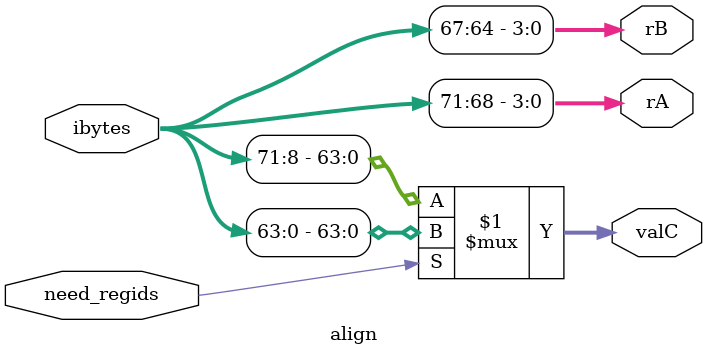
<source format=v>
module align(input [71:0] ibytes, input need_regids, output [ 3:0]  rA, output [ 3:0]  rB, output [63:0] valC);
    assign rA = ibytes[71:68];
    assign rB = ibytes[67:64];
    assign valC = need_regids ? ibytes[63:0] : ibytes[71:8];
endmodule
</source>
